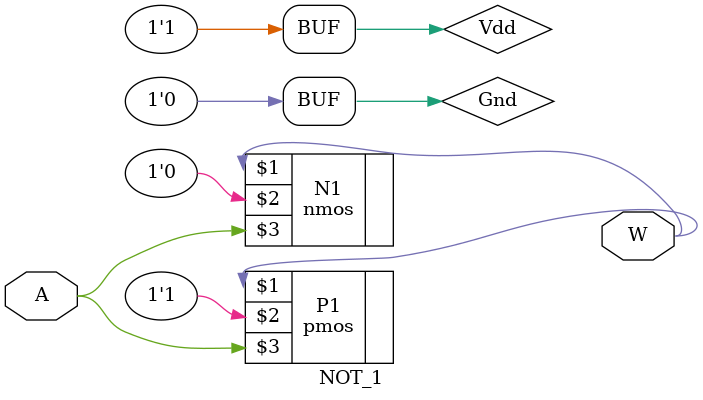
<source format=v>
module NOT_1 (output W, input A);
    supply1 Vdd;  // Positive power supply
    supply0 Gnd;  // Ground

    // Pull-up network uSing pMOS transistor
    pmos #(4, 7, 9) P1 (W, Vdd, A);

    // Pull-down network using nMOS transistor
    nmos #(3, 5, 7) N1 (W, Gnd, A);
endmodule
</source>
